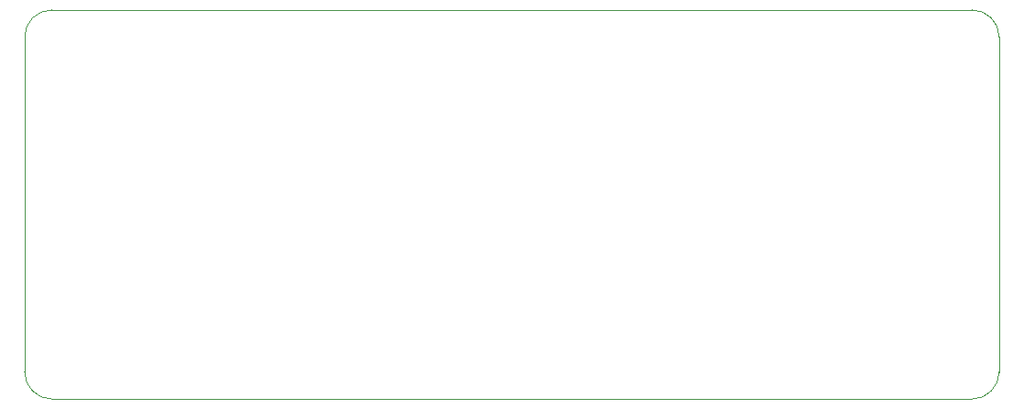
<source format=gbr>
G04 #@! TF.GenerationSoftware,KiCad,Pcbnew,(5.1.5)-3*
G04 #@! TF.CreationDate,2021-07-19T12:04:44+02:00*
G04 #@! TF.ProjectId,4xHalfBridge-VSON8,34784861-6c66-4427-9269-6467652d5653,rev?*
G04 #@! TF.SameCoordinates,Original*
G04 #@! TF.FileFunction,Profile,NP*
%FSLAX46Y46*%
G04 Gerber Fmt 4.6, Leading zero omitted, Abs format (unit mm)*
G04 Created by KiCad (PCBNEW (5.1.5)-3) date 2021-07-19 12:04:44*
%MOMM*%
%LPD*%
G04 APERTURE LIST*
%ADD10C,0.050000*%
G04 APERTURE END LIST*
D10*
X87500000Y-36000000D02*
G75*
G03X90000000Y-33500000I0J2500000D01*
G01*
X90000000Y-2500000D02*
G75*
G03X87500000Y0I-2500000J0D01*
G01*
X0Y-33500000D02*
G75*
G03X2500000Y-36000000I2500000J0D01*
G01*
X2500000Y0D02*
G75*
G03X0Y-2500000I0J-2500000D01*
G01*
X90000000Y-2500000D02*
X90000000Y-33500000D01*
X0Y-2500000D02*
X0Y-33500000D01*
X2500000Y-36000000D02*
X87500000Y-36000000D01*
X2500000Y0D02*
X87500000Y0D01*
M02*

</source>
